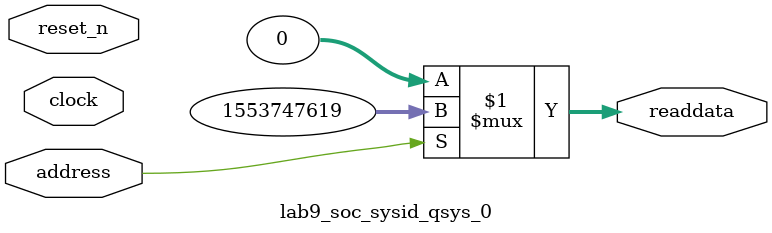
<source format=v>



// synthesis translate_off
`timescale 1ns / 1ps
// synthesis translate_on

// turn off superfluous verilog processor warnings 
// altera message_level Level1 
// altera message_off 10034 10035 10036 10037 10230 10240 10030 

module lab9_soc_sysid_qsys_0 (
               // inputs:
                address,
                clock,
                reset_n,

               // outputs:
                readdata
             )
;

  output  [ 31: 0] readdata;
  input            address;
  input            clock;
  input            reset_n;

  wire    [ 31: 0] readdata;
  //control_slave, which is an e_avalon_slave
  assign readdata = address ? 1553747619 : 0;

endmodule



</source>
